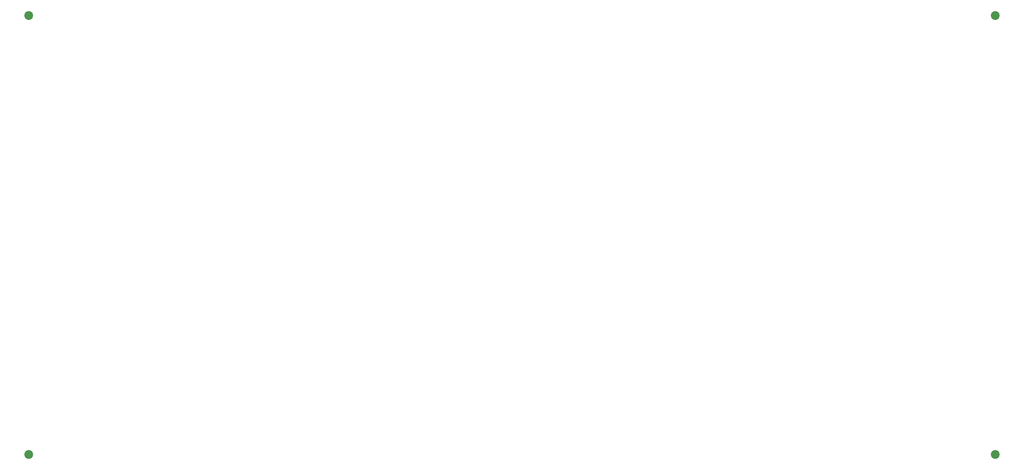
<source format=gbs>
%TF.GenerationSoftware,KiCad,Pcbnew,(6.0.7-1)-1*%
%TF.CreationDate,2022-09-14T08:45:19+02:00*%
%TF.ProjectId,yts-switchblade,7974732d-7377-4697-9463-68626c616465,rev?*%
%TF.SameCoordinates,Original*%
%TF.FileFunction,Soldermask,Bot*%
%TF.FilePolarity,Negative*%
%FSLAX46Y46*%
G04 Gerber Fmt 4.6, Leading zero omitted, Abs format (unit mm)*
G04 Created by KiCad (PCBNEW (6.0.7-1)-1) date 2022-09-14 08:45:19*
%MOMM*%
%LPD*%
G01*
G04 APERTURE LIST*
%ADD10C,2.200000*%
G04 APERTURE END LIST*
D10*
%TO.C,REF\u002A\u002A*%
X26500000Y-34000000D03*
%TD*%
%TO.C,REF\u002A\u002A*%
X26500000Y-144000000D03*
%TD*%
%TO.C,REF\u002A\u002A*%
X268500000Y-144000000D03*
%TD*%
%TO.C,REF\u002A\u002A*%
X268500000Y-34000000D03*
%TD*%
M02*

</source>
